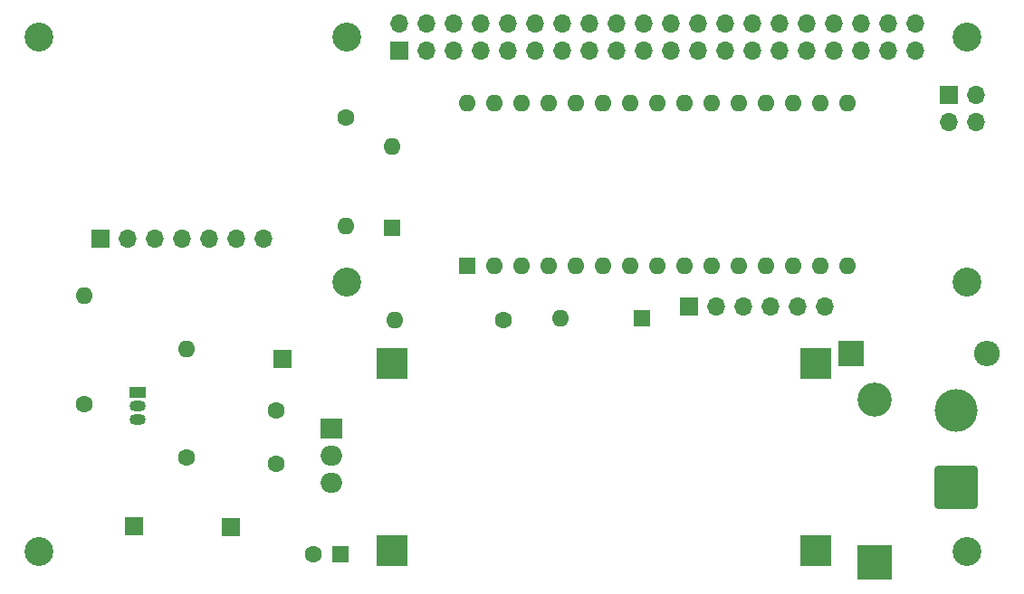
<source format=gbr>
G04 #@! TF.GenerationSoftware,KiCad,Pcbnew,7.0.11+dfsg-1build4*
G04 #@! TF.CreationDate,2025-04-03T15:14:43-04:00*
G04 #@! TF.ProjectId,trackteur_arduino_V1,74726163-6b74-4657-9572-5f6172647569,rev?*
G04 #@! TF.SameCoordinates,Original*
G04 #@! TF.FileFunction,Soldermask,Bot*
G04 #@! TF.FilePolarity,Negative*
%FSLAX46Y46*%
G04 Gerber Fmt 4.6, Leading zero omitted, Abs format (unit mm)*
G04 Created by KiCad (PCBNEW 7.0.11+dfsg-1build4) date 2025-04-03 15:14:43*
%MOMM*%
%LPD*%
G01*
G04 APERTURE LIST*
G04 Aperture macros list*
%AMRoundRect*
0 Rectangle with rounded corners*
0 $1 Rounding radius*
0 $2 $3 $4 $5 $6 $7 $8 $9 X,Y pos of 4 corners*
0 Add a 4 corners polygon primitive as box body*
4,1,4,$2,$3,$4,$5,$6,$7,$8,$9,$2,$3,0*
0 Add four circle primitives for the rounded corners*
1,1,$1+$1,$2,$3*
1,1,$1+$1,$4,$5*
1,1,$1+$1,$6,$7*
1,1,$1+$1,$8,$9*
0 Add four rect primitives between the rounded corners*
20,1,$1+$1,$2,$3,$4,$5,0*
20,1,$1+$1,$4,$5,$6,$7,0*
20,1,$1+$1,$6,$7,$8,$9,0*
20,1,$1+$1,$8,$9,$2,$3,0*%
G04 Aperture macros list end*
%ADD10R,1.700000X1.700000*%
%ADD11R,1.600000X1.600000*%
%ADD12O,1.600000X1.600000*%
%ADD13R,2.000000X1.905000*%
%ADD14O,2.000000X1.905000*%
%ADD15R,3.200000X3.200000*%
%ADD16O,3.200000X3.200000*%
%ADD17C,2.700000*%
%ADD18C,1.600000*%
%ADD19R,2.400000X2.400000*%
%ADD20O,2.400000X2.400000*%
%ADD21RoundRect,0.250000X1.750000X-1.750000X1.750000X1.750000X-1.750000X1.750000X-1.750000X-1.750000X0*%
%ADD22C,4.000000*%
%ADD23O,1.700000X1.700000*%
%ADD24R,1.500000X1.050000*%
%ADD25O,1.500000X1.050000*%
%ADD26R,3.000000X3.000000*%
G04 APERTURE END LIST*
D10*
X176072800Y-90576400D03*
D11*
X191109600Y-62484000D03*
D12*
X191109600Y-54864000D03*
D10*
X180848000Y-74777600D03*
D13*
X185420000Y-81280000D03*
D14*
X185420000Y-83820000D03*
X185420000Y-86360000D03*
D15*
X236270800Y-93878400D03*
D16*
X236270800Y-78638400D03*
D17*
X158100000Y-44620000D03*
D18*
X162306000Y-78994000D03*
D12*
X162306000Y-68834000D03*
D11*
X214528400Y-70967600D03*
D12*
X206908400Y-70967600D03*
D19*
X234086400Y-74320400D03*
D20*
X246786400Y-74320400D03*
D21*
X243840000Y-86812000D03*
D22*
X243840000Y-79612000D03*
D10*
X218897200Y-69850000D03*
D23*
X221437200Y-69850000D03*
X223977200Y-69850000D03*
X226517200Y-69850000D03*
X229057200Y-69850000D03*
X231597200Y-69850000D03*
D11*
X186269513Y-93116400D03*
D18*
X183769513Y-93116400D03*
D17*
X186900000Y-67620000D03*
X244900000Y-44620000D03*
D18*
X171907200Y-84023200D03*
D12*
X171907200Y-73863200D03*
D17*
X158100000Y-92800000D03*
D24*
X167330800Y-77927200D03*
D25*
X167330800Y-79197200D03*
X167330800Y-80467200D03*
D10*
X163830000Y-63500000D03*
D23*
X166370000Y-63500000D03*
X168910000Y-63500000D03*
X171450000Y-63500000D03*
X173990000Y-63500000D03*
X176530000Y-63500000D03*
X179070000Y-63500000D03*
D10*
X166979600Y-90474800D03*
D17*
X244900000Y-67620000D03*
X244900000Y-92800000D03*
D18*
X186791600Y-52222400D03*
D12*
X186791600Y-62382400D03*
D18*
X180289200Y-84643600D03*
X180289200Y-79643600D03*
D26*
X230720000Y-92720000D03*
X191170000Y-92720000D03*
X230720000Y-75220000D03*
X191170000Y-75220000D03*
D17*
X186900000Y-44620000D03*
D10*
X191770000Y-45890000D03*
D23*
X191770000Y-43350000D03*
X194310000Y-45890000D03*
X194310000Y-43350000D03*
X196850000Y-45890000D03*
X196850000Y-43350000D03*
X199390000Y-45890000D03*
X199390000Y-43350000D03*
X201930000Y-45890000D03*
X201930000Y-43350000D03*
X204470000Y-45890000D03*
X204470000Y-43350000D03*
X207010000Y-45890000D03*
X207010000Y-43350000D03*
X209550000Y-45890000D03*
X209550000Y-43350000D03*
X212090000Y-45890000D03*
X212090000Y-43350000D03*
X214630000Y-45890000D03*
X214630000Y-43350000D03*
X217170000Y-45890000D03*
X217170000Y-43350000D03*
X219710000Y-45890000D03*
X219710000Y-43350000D03*
X222250000Y-45890000D03*
X222250000Y-43350000D03*
X224790000Y-45890000D03*
X224790000Y-43350000D03*
X227330000Y-45890000D03*
X227330000Y-43350000D03*
X229870000Y-45890000D03*
X229870000Y-43350000D03*
X232410000Y-45890000D03*
X232410000Y-43350000D03*
X234950000Y-45890000D03*
X234950000Y-43350000D03*
X237490000Y-45890000D03*
X237490000Y-43350000D03*
X240030000Y-45890000D03*
X240030000Y-43350000D03*
D10*
X243179600Y-50038000D03*
D23*
X245719600Y-50038000D03*
X243179600Y-52578000D03*
X245719600Y-52578000D03*
D18*
X201574400Y-71120000D03*
D12*
X191414400Y-71120000D03*
D11*
X198120000Y-66040000D03*
D12*
X200660000Y-66040000D03*
X203200000Y-66040000D03*
X205740000Y-66040000D03*
X208280000Y-66040000D03*
X210820000Y-66040000D03*
X213360000Y-66040000D03*
X215900000Y-66040000D03*
X218440000Y-66040000D03*
X220980000Y-66040000D03*
X223520000Y-66040000D03*
X226060000Y-66040000D03*
X228600000Y-66040000D03*
X231140000Y-66040000D03*
X233680000Y-66040000D03*
X233680000Y-50800000D03*
X231140000Y-50800000D03*
X228600000Y-50800000D03*
X226060000Y-50800000D03*
X223520000Y-50800000D03*
X220980000Y-50800000D03*
X218440000Y-50800000D03*
X215900000Y-50800000D03*
X213360000Y-50800000D03*
X210820000Y-50800000D03*
X208280000Y-50800000D03*
X205740000Y-50800000D03*
X203200000Y-50800000D03*
X200660000Y-50800000D03*
X198120000Y-50800000D03*
M02*

</source>
